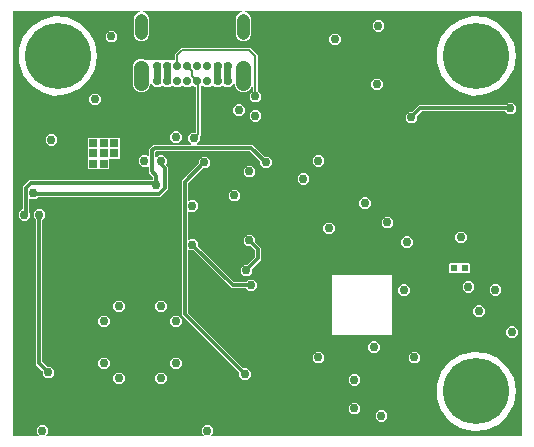
<source format=gbr>
G04 EAGLE Gerber RS-274X export*
G75*
%MOMM*%
%FSLAX34Y34*%
%LPD*%
%INBottom Copper*%
%IPPOS*%
%AMOC8*
5,1,8,0,0,1.08239X$1,22.5*%
G01*
%ADD10C,5.588000*%
%ADD11R,0.704800X0.704800*%
%ADD12R,0.634800X0.634800*%
%ADD13C,0.734800*%
%ADD14C,1.300000*%
%ADD15C,1.125000*%
%ADD16C,0.756400*%
%ADD17C,0.203200*%
%ADD18C,0.304800*%

G36*
X23958Y3060D02*
X23958Y3060D01*
X24029Y3062D01*
X24078Y3080D01*
X24130Y3088D01*
X24193Y3122D01*
X24260Y3147D01*
X24301Y3179D01*
X24347Y3204D01*
X24397Y3256D01*
X24453Y3300D01*
X24481Y3344D01*
X24517Y3382D01*
X24547Y3447D01*
X24586Y3507D01*
X24598Y3558D01*
X24620Y3605D01*
X24628Y3676D01*
X24646Y3746D01*
X24642Y3798D01*
X24647Y3849D01*
X24632Y3920D01*
X24626Y3991D01*
X24606Y4039D01*
X24595Y4090D01*
X24558Y4151D01*
X24530Y4217D01*
X24485Y4273D01*
X24469Y4301D01*
X24451Y4316D01*
X24425Y4348D01*
X23141Y5632D01*
X23141Y9608D01*
X25952Y12419D01*
X29928Y12419D01*
X32739Y9608D01*
X32739Y5632D01*
X31455Y4348D01*
X31413Y4290D01*
X31363Y4238D01*
X31342Y4191D01*
X31311Y4149D01*
X31290Y4080D01*
X31260Y4015D01*
X31254Y3963D01*
X31239Y3913D01*
X31241Y3842D01*
X31233Y3771D01*
X31244Y3720D01*
X31245Y3668D01*
X31270Y3600D01*
X31285Y3530D01*
X31312Y3485D01*
X31330Y3437D01*
X31374Y3381D01*
X31411Y3319D01*
X31451Y3285D01*
X31483Y3245D01*
X31544Y3206D01*
X31598Y3159D01*
X31646Y3140D01*
X31690Y3112D01*
X31760Y3094D01*
X31826Y3067D01*
X31898Y3059D01*
X31929Y3051D01*
X31952Y3053D01*
X31993Y3049D01*
X163587Y3049D01*
X163658Y3060D01*
X163729Y3062D01*
X163778Y3080D01*
X163830Y3088D01*
X163893Y3122D01*
X163960Y3147D01*
X164001Y3179D01*
X164047Y3204D01*
X164097Y3256D01*
X164153Y3300D01*
X164181Y3344D01*
X164217Y3382D01*
X164247Y3447D01*
X164286Y3507D01*
X164298Y3558D01*
X164320Y3605D01*
X164328Y3676D01*
X164346Y3746D01*
X164342Y3798D01*
X164347Y3849D01*
X164332Y3920D01*
X164326Y3991D01*
X164306Y4039D01*
X164295Y4090D01*
X164258Y4151D01*
X164230Y4217D01*
X164185Y4273D01*
X164169Y4301D01*
X164151Y4316D01*
X164125Y4348D01*
X162841Y5632D01*
X162841Y9608D01*
X165652Y12419D01*
X169628Y12419D01*
X172439Y9608D01*
X172439Y5632D01*
X171155Y4348D01*
X171113Y4290D01*
X171063Y4238D01*
X171042Y4191D01*
X171011Y4149D01*
X170990Y4080D01*
X170960Y4015D01*
X170954Y3963D01*
X170939Y3913D01*
X170941Y3842D01*
X170933Y3771D01*
X170944Y3720D01*
X170945Y3668D01*
X170970Y3600D01*
X170985Y3530D01*
X171012Y3485D01*
X171030Y3437D01*
X171074Y3381D01*
X171111Y3319D01*
X171151Y3285D01*
X171183Y3245D01*
X171244Y3206D01*
X171298Y3159D01*
X171346Y3140D01*
X171390Y3112D01*
X171460Y3094D01*
X171526Y3067D01*
X171598Y3059D01*
X171629Y3051D01*
X171652Y3053D01*
X171693Y3049D01*
X432816Y3049D01*
X432836Y3052D01*
X432855Y3050D01*
X432957Y3072D01*
X433059Y3088D01*
X433076Y3098D01*
X433096Y3102D01*
X433185Y3155D01*
X433276Y3204D01*
X433290Y3218D01*
X433307Y3228D01*
X433374Y3307D01*
X433446Y3382D01*
X433454Y3400D01*
X433467Y3415D01*
X433506Y3511D01*
X433549Y3605D01*
X433551Y3625D01*
X433559Y3643D01*
X433577Y3810D01*
X433577Y362712D01*
X433574Y362732D01*
X433576Y362751D01*
X433554Y362853D01*
X433538Y362955D01*
X433528Y362972D01*
X433524Y362992D01*
X433471Y363081D01*
X433422Y363172D01*
X433408Y363186D01*
X433398Y363203D01*
X433319Y363270D01*
X433244Y363342D01*
X433226Y363350D01*
X433211Y363363D01*
X433115Y363402D01*
X433021Y363445D01*
X433001Y363447D01*
X432983Y363455D01*
X432816Y363473D01*
X200448Y363473D01*
X200352Y363458D01*
X200255Y363448D01*
X200231Y363438D01*
X200205Y363434D01*
X200119Y363388D01*
X200030Y363348D01*
X200011Y363331D01*
X199988Y363318D01*
X199921Y363248D01*
X199849Y363182D01*
X199836Y363159D01*
X199818Y363140D01*
X199777Y363052D01*
X199730Y362966D01*
X199726Y362941D01*
X199715Y362917D01*
X199704Y362820D01*
X199687Y362724D01*
X199690Y362698D01*
X199687Y362673D01*
X199708Y362577D01*
X199722Y362481D01*
X199734Y362458D01*
X199740Y362432D01*
X199790Y362349D01*
X199834Y362262D01*
X199853Y362243D01*
X199866Y362221D01*
X199940Y362158D01*
X200009Y362090D01*
X200038Y362074D01*
X200053Y362061D01*
X200084Y362049D01*
X200156Y362009D01*
X201902Y361286D01*
X203771Y359417D01*
X204782Y356976D01*
X204782Y343084D01*
X203771Y340643D01*
X201902Y338774D01*
X199461Y337763D01*
X196819Y337763D01*
X194378Y338774D01*
X192509Y340643D01*
X191498Y343084D01*
X191498Y356976D01*
X192509Y359417D01*
X194378Y361286D01*
X196124Y362009D01*
X196207Y362060D01*
X196292Y362106D01*
X196310Y362124D01*
X196333Y362138D01*
X196395Y362214D01*
X196462Y362284D01*
X196473Y362308D01*
X196489Y362328D01*
X196524Y362419D01*
X196565Y362507D01*
X196568Y362533D01*
X196578Y362557D01*
X196582Y362655D01*
X196593Y362751D01*
X196587Y362777D01*
X196588Y362803D01*
X196561Y362897D01*
X196540Y362992D01*
X196527Y363014D01*
X196520Y363039D01*
X196464Y363119D01*
X196414Y363203D01*
X196394Y363220D01*
X196379Y363241D01*
X196301Y363300D01*
X196227Y363363D01*
X196203Y363373D01*
X196182Y363388D01*
X196089Y363418D01*
X195999Y363455D01*
X195967Y363458D01*
X195948Y363464D01*
X195915Y363464D01*
X195832Y363473D01*
X114048Y363473D01*
X113952Y363458D01*
X113855Y363448D01*
X113831Y363438D01*
X113805Y363434D01*
X113719Y363388D01*
X113630Y363348D01*
X113611Y363331D01*
X113588Y363318D01*
X113521Y363248D01*
X113449Y363182D01*
X113436Y363159D01*
X113418Y363140D01*
X113377Y363052D01*
X113330Y362966D01*
X113326Y362941D01*
X113315Y362917D01*
X113304Y362820D01*
X113287Y362724D01*
X113290Y362698D01*
X113287Y362673D01*
X113308Y362577D01*
X113322Y362481D01*
X113334Y362458D01*
X113340Y362432D01*
X113390Y362349D01*
X113434Y362262D01*
X113453Y362243D01*
X113466Y362221D01*
X113540Y362158D01*
X113609Y362090D01*
X113638Y362074D01*
X113653Y362061D01*
X113684Y362049D01*
X113756Y362009D01*
X115502Y361286D01*
X117371Y359417D01*
X118382Y356976D01*
X118382Y343084D01*
X117371Y340643D01*
X115502Y338774D01*
X113061Y337763D01*
X110419Y337763D01*
X107978Y338774D01*
X106109Y340643D01*
X105098Y343084D01*
X105098Y356976D01*
X106109Y359417D01*
X107978Y361286D01*
X109724Y362009D01*
X109807Y362060D01*
X109892Y362106D01*
X109910Y362124D01*
X109933Y362138D01*
X109995Y362214D01*
X110062Y362284D01*
X110073Y362308D01*
X110089Y362328D01*
X110124Y362419D01*
X110165Y362507D01*
X110168Y362533D01*
X110178Y362557D01*
X110182Y362655D01*
X110193Y362751D01*
X110187Y362777D01*
X110188Y362803D01*
X110161Y362897D01*
X110140Y362992D01*
X110127Y363014D01*
X110120Y363039D01*
X110064Y363119D01*
X110014Y363203D01*
X109994Y363220D01*
X109979Y363241D01*
X109901Y363300D01*
X109827Y363363D01*
X109803Y363373D01*
X109782Y363388D01*
X109689Y363418D01*
X109599Y363455D01*
X109567Y363458D01*
X109548Y363464D01*
X109515Y363464D01*
X109432Y363473D01*
X3556Y363473D01*
X3536Y363470D01*
X3517Y363472D01*
X3415Y363450D01*
X3313Y363434D01*
X3296Y363424D01*
X3276Y363420D01*
X3187Y363367D01*
X3096Y363318D01*
X3082Y363304D01*
X3065Y363294D01*
X2998Y363215D01*
X2926Y363140D01*
X2918Y363122D01*
X2905Y363107D01*
X2866Y363011D01*
X2823Y362917D01*
X2821Y362897D01*
X2813Y362879D01*
X2795Y362712D01*
X2795Y3810D01*
X2798Y3790D01*
X2796Y3771D01*
X2818Y3669D01*
X2834Y3567D01*
X2844Y3550D01*
X2848Y3530D01*
X2901Y3441D01*
X2950Y3350D01*
X2964Y3336D01*
X2974Y3319D01*
X3053Y3252D01*
X3128Y3180D01*
X3146Y3172D01*
X3161Y3159D01*
X3257Y3120D01*
X3351Y3077D01*
X3371Y3075D01*
X3389Y3067D01*
X3556Y3049D01*
X23887Y3049D01*
X23958Y3060D01*
G37*
%LPC*%
G36*
X10712Y185701D02*
X10712Y185701D01*
X7901Y188512D01*
X7901Y192488D01*
X10715Y195301D01*
X10809Y195322D01*
X10911Y195338D01*
X10928Y195348D01*
X10948Y195352D01*
X11037Y195405D01*
X11128Y195454D01*
X11142Y195468D01*
X11159Y195478D01*
X11226Y195557D01*
X11298Y195632D01*
X11306Y195650D01*
X11319Y195665D01*
X11358Y195761D01*
X11401Y195855D01*
X11403Y195875D01*
X11411Y195893D01*
X11429Y196060D01*
X11429Y214412D01*
X16952Y219935D01*
X121158Y219935D01*
X121178Y219938D01*
X121197Y219936D01*
X121299Y219958D01*
X121401Y219974D01*
X121418Y219984D01*
X121438Y219988D01*
X121527Y220041D01*
X121618Y220090D01*
X121632Y220104D01*
X121649Y220114D01*
X121716Y220193D01*
X121788Y220268D01*
X121796Y220286D01*
X121809Y220301D01*
X121848Y220397D01*
X121891Y220491D01*
X121893Y220511D01*
X121901Y220529D01*
X121919Y220696D01*
X121919Y222461D01*
X121905Y222551D01*
X121897Y222642D01*
X121885Y222672D01*
X121880Y222704D01*
X121837Y222784D01*
X121801Y222868D01*
X121775Y222900D01*
X121764Y222921D01*
X121741Y222943D01*
X121696Y222999D01*
X120103Y224593D01*
X120102Y224593D01*
X118391Y226304D01*
X118391Y231687D01*
X118380Y231758D01*
X118378Y231829D01*
X118360Y231878D01*
X118352Y231930D01*
X118318Y231993D01*
X118293Y232060D01*
X118261Y232101D01*
X118236Y232147D01*
X118184Y232197D01*
X118140Y232253D01*
X118096Y232281D01*
X118058Y232317D01*
X117993Y232347D01*
X117933Y232386D01*
X117882Y232398D01*
X117835Y232420D01*
X117764Y232428D01*
X117694Y232446D01*
X117642Y232442D01*
X117591Y232447D01*
X117520Y232432D01*
X117449Y232426D01*
X117401Y232406D01*
X117350Y232395D01*
X117289Y232358D01*
X117223Y232330D01*
X117167Y232285D01*
X117139Y232269D01*
X117124Y232251D01*
X117092Y232225D01*
X116288Y231421D01*
X112312Y231421D01*
X109501Y234232D01*
X109501Y238208D01*
X112312Y241019D01*
X116288Y241019D01*
X117092Y240215D01*
X117150Y240173D01*
X117202Y240123D01*
X117249Y240102D01*
X117291Y240071D01*
X117360Y240050D01*
X117425Y240020D01*
X117477Y240014D01*
X117527Y239999D01*
X117598Y240001D01*
X117669Y239993D01*
X117720Y240004D01*
X117772Y240005D01*
X117840Y240030D01*
X117910Y240045D01*
X117955Y240072D01*
X118003Y240090D01*
X118059Y240134D01*
X118121Y240171D01*
X118155Y240211D01*
X118195Y240243D01*
X118234Y240304D01*
X118281Y240358D01*
X118300Y240406D01*
X118328Y240450D01*
X118346Y240520D01*
X118373Y240586D01*
X118381Y240658D01*
X118389Y240689D01*
X118387Y240712D01*
X118391Y240753D01*
X118391Y246136D01*
X122164Y249909D01*
X152947Y249909D01*
X153018Y249920D01*
X153089Y249922D01*
X153138Y249940D01*
X153190Y249948D01*
X153253Y249982D01*
X153320Y250007D01*
X153361Y250039D01*
X153407Y250064D01*
X153457Y250116D01*
X153513Y250160D01*
X153541Y250204D01*
X153577Y250242D01*
X153607Y250307D01*
X153646Y250367D01*
X153658Y250418D01*
X153680Y250465D01*
X153688Y250536D01*
X153706Y250606D01*
X153702Y250658D01*
X153707Y250709D01*
X153692Y250780D01*
X153686Y250851D01*
X153666Y250899D01*
X153655Y250950D01*
X153618Y251011D01*
X153590Y251077D01*
X153545Y251133D01*
X153529Y251161D01*
X153511Y251176D01*
X153485Y251208D01*
X151411Y253282D01*
X151411Y257258D01*
X154222Y260069D01*
X157226Y260069D01*
X157246Y260072D01*
X157265Y260070D01*
X157367Y260092D01*
X157469Y260108D01*
X157486Y260118D01*
X157506Y260122D01*
X157595Y260175D01*
X157686Y260224D01*
X157700Y260238D01*
X157717Y260248D01*
X157784Y260327D01*
X157856Y260402D01*
X157864Y260420D01*
X157877Y260435D01*
X157916Y260531D01*
X157959Y260625D01*
X157961Y260645D01*
X157969Y260663D01*
X157987Y260830D01*
X157987Y298078D01*
X157984Y298098D01*
X157986Y298117D01*
X157964Y298219D01*
X157948Y298321D01*
X157938Y298338D01*
X157934Y298358D01*
X157881Y298447D01*
X157832Y298538D01*
X157818Y298552D01*
X157808Y298569D01*
X157729Y298636D01*
X157654Y298708D01*
X157636Y298716D01*
X157621Y298729D01*
X157525Y298768D01*
X157431Y298811D01*
X157411Y298813D01*
X157393Y298821D01*
X157250Y298837D01*
X155478Y300608D01*
X155462Y300620D01*
X155450Y300635D01*
X155362Y300691D01*
X155279Y300752D01*
X155260Y300757D01*
X155243Y300768D01*
X155142Y300793D01*
X155043Y300824D01*
X155024Y300823D01*
X155004Y300828D01*
X154901Y300820D01*
X154798Y300818D01*
X154779Y300811D01*
X154759Y300809D01*
X154664Y300769D01*
X154567Y300733D01*
X154551Y300721D01*
X154533Y300713D01*
X154402Y300608D01*
X152633Y298839D01*
X148747Y298839D01*
X146978Y300608D01*
X146962Y300620D01*
X146950Y300635D01*
X146862Y300691D01*
X146779Y300752D01*
X146760Y300757D01*
X146743Y300768D01*
X146642Y300793D01*
X146543Y300824D01*
X146524Y300823D01*
X146504Y300828D01*
X146401Y300820D01*
X146298Y300818D01*
X146279Y300811D01*
X146259Y300809D01*
X146164Y300769D01*
X146067Y300733D01*
X146051Y300721D01*
X146033Y300713D01*
X145902Y300608D01*
X144133Y298839D01*
X140247Y298839D01*
X138478Y300608D01*
X138462Y300620D01*
X138450Y300635D01*
X138362Y300691D01*
X138279Y300752D01*
X138260Y300757D01*
X138243Y300768D01*
X138142Y300793D01*
X138043Y300824D01*
X138024Y300823D01*
X138004Y300828D01*
X137901Y300820D01*
X137798Y300818D01*
X137779Y300811D01*
X137759Y300809D01*
X137664Y300769D01*
X137567Y300733D01*
X137551Y300721D01*
X137533Y300713D01*
X137402Y300608D01*
X135633Y298839D01*
X131747Y298839D01*
X129978Y300608D01*
X129962Y300620D01*
X129950Y300635D01*
X129862Y300691D01*
X129779Y300752D01*
X129760Y300757D01*
X129743Y300768D01*
X129642Y300793D01*
X129543Y300824D01*
X129524Y300823D01*
X129504Y300828D01*
X129401Y300820D01*
X129298Y300818D01*
X129279Y300811D01*
X129259Y300809D01*
X129164Y300769D01*
X129067Y300733D01*
X129051Y300721D01*
X129033Y300713D01*
X128902Y300608D01*
X127133Y298839D01*
X123247Y298839D01*
X120556Y301530D01*
X120498Y301572D01*
X120446Y301621D01*
X120399Y301643D01*
X120357Y301674D01*
X120288Y301695D01*
X120223Y301725D01*
X120171Y301731D01*
X120121Y301746D01*
X120050Y301744D01*
X119979Y301752D01*
X119928Y301741D01*
X119876Y301740D01*
X119808Y301715D01*
X119738Y301700D01*
X119693Y301673D01*
X119645Y301655D01*
X119589Y301610D01*
X119527Y301574D01*
X119493Y301534D01*
X119453Y301501D01*
X119414Y301441D01*
X119367Y301387D01*
X119348Y301338D01*
X119320Y301295D01*
X119302Y301225D01*
X119275Y301158D01*
X119267Y301087D01*
X119259Y301056D01*
X119261Y301033D01*
X119257Y300992D01*
X119257Y300535D01*
X118112Y297772D01*
X115998Y295658D01*
X113235Y294513D01*
X110245Y294513D01*
X107482Y295658D01*
X105368Y297772D01*
X104223Y300535D01*
X104223Y316525D01*
X105368Y319288D01*
X107482Y321402D01*
X110245Y322547D01*
X113235Y322547D01*
X115466Y321623D01*
X115530Y321608D01*
X115591Y321583D01*
X115673Y321574D01*
X115705Y321567D01*
X115725Y321568D01*
X115757Y321565D01*
X122776Y321565D01*
X122866Y321579D01*
X122957Y321587D01*
X122987Y321599D01*
X123018Y321604D01*
X123099Y321647D01*
X123183Y321683D01*
X123215Y321709D01*
X123236Y321720D01*
X123237Y321721D01*
X127156Y321721D01*
X127209Y321675D01*
X127239Y321663D01*
X127266Y321644D01*
X127353Y321617D01*
X127438Y321583D01*
X127478Y321579D01*
X127501Y321572D01*
X127533Y321573D01*
X127604Y321565D01*
X131276Y321565D01*
X131366Y321579D01*
X131457Y321587D01*
X131486Y321599D01*
X131518Y321604D01*
X131599Y321647D01*
X131683Y321683D01*
X131715Y321709D01*
X131736Y321720D01*
X131737Y321721D01*
X135656Y321721D01*
X135709Y321675D01*
X135740Y321663D01*
X135766Y321644D01*
X135853Y321617D01*
X135938Y321583D01*
X135979Y321579D01*
X136001Y321572D01*
X136033Y321573D01*
X136104Y321565D01*
X139396Y321565D01*
X139416Y321568D01*
X139435Y321566D01*
X139537Y321588D01*
X139639Y321604D01*
X139656Y321614D01*
X139676Y321618D01*
X139765Y321671D01*
X139856Y321720D01*
X139870Y321734D01*
X139887Y321744D01*
X139954Y321823D01*
X140026Y321898D01*
X140034Y321916D01*
X140047Y321931D01*
X140086Y322027D01*
X140129Y322121D01*
X140131Y322141D01*
X140139Y322159D01*
X140157Y322326D01*
X140157Y327182D01*
X145208Y332233D01*
X204042Y332233D01*
X210313Y325962D01*
X210313Y295899D01*
X210327Y295809D01*
X210335Y295718D01*
X210347Y295688D01*
X210352Y295656D01*
X210395Y295576D01*
X210431Y295492D01*
X210457Y295460D01*
X210468Y295439D01*
X210491Y295417D01*
X210536Y295361D01*
X213079Y292818D01*
X213079Y288842D01*
X210268Y286031D01*
X206292Y286031D01*
X203481Y288842D01*
X203481Y292818D01*
X206024Y295361D01*
X206077Y295435D01*
X206137Y295504D01*
X206149Y295534D01*
X206168Y295560D01*
X206195Y295647D01*
X206229Y295732D01*
X206233Y295773D01*
X206240Y295796D01*
X206239Y295828D01*
X206247Y295899D01*
X206247Y298133D01*
X206232Y298230D01*
X206222Y298327D01*
X206212Y298350D01*
X206208Y298376D01*
X206162Y298462D01*
X206122Y298551D01*
X206105Y298571D01*
X206092Y298594D01*
X206022Y298661D01*
X205956Y298732D01*
X205933Y298745D01*
X205914Y298763D01*
X205826Y298804D01*
X205740Y298851D01*
X205715Y298856D01*
X205691Y298867D01*
X205594Y298877D01*
X205498Y298895D01*
X205472Y298891D01*
X205447Y298894D01*
X205351Y298873D01*
X205255Y298859D01*
X205232Y298847D01*
X205206Y298841D01*
X205122Y298791D01*
X205036Y298747D01*
X205018Y298729D01*
X204995Y298715D01*
X204932Y298641D01*
X204864Y298572D01*
X204848Y298543D01*
X204835Y298528D01*
X204823Y298498D01*
X204783Y298425D01*
X204512Y297772D01*
X202398Y295658D01*
X199635Y294513D01*
X196645Y294513D01*
X193882Y295658D01*
X191768Y297772D01*
X190623Y300535D01*
X190623Y300992D01*
X190612Y301062D01*
X190610Y301134D01*
X190592Y301183D01*
X190584Y301235D01*
X190550Y301298D01*
X190525Y301365D01*
X190493Y301406D01*
X190468Y301452D01*
X190416Y301501D01*
X190372Y301557D01*
X190328Y301585D01*
X190290Y301621D01*
X190225Y301651D01*
X190165Y301690D01*
X190114Y301703D01*
X190067Y301725D01*
X189996Y301733D01*
X189926Y301750D01*
X189874Y301746D01*
X189823Y301752D01*
X189752Y301737D01*
X189681Y301731D01*
X189633Y301711D01*
X189582Y301700D01*
X189521Y301663D01*
X189455Y301635D01*
X189399Y301590D01*
X189371Y301574D01*
X189356Y301556D01*
X189324Y301530D01*
X186633Y298839D01*
X182747Y298839D01*
X180978Y300608D01*
X180962Y300620D01*
X180950Y300635D01*
X180862Y300691D01*
X180779Y300752D01*
X180760Y300757D01*
X180743Y300768D01*
X180642Y300793D01*
X180543Y300824D01*
X180524Y300823D01*
X180504Y300828D01*
X180401Y300820D01*
X180298Y300818D01*
X180279Y300811D01*
X180259Y300809D01*
X180164Y300769D01*
X180067Y300733D01*
X180051Y300721D01*
X180033Y300713D01*
X179902Y300608D01*
X178133Y298839D01*
X174247Y298839D01*
X172478Y300608D01*
X172462Y300620D01*
X172450Y300635D01*
X172362Y300691D01*
X172279Y300752D01*
X172260Y300757D01*
X172243Y300768D01*
X172142Y300793D01*
X172043Y300824D01*
X172024Y300823D01*
X172004Y300828D01*
X171901Y300820D01*
X171798Y300818D01*
X171779Y300811D01*
X171759Y300809D01*
X171664Y300769D01*
X171567Y300733D01*
X171551Y300721D01*
X171533Y300713D01*
X171402Y300608D01*
X169633Y298839D01*
X165747Y298839D01*
X163978Y300608D01*
X163962Y300620D01*
X163950Y300635D01*
X163862Y300691D01*
X163779Y300752D01*
X163760Y300757D01*
X163743Y300768D01*
X163642Y300793D01*
X163543Y300824D01*
X163524Y300823D01*
X163504Y300828D01*
X163401Y300820D01*
X163298Y300818D01*
X163279Y300811D01*
X163259Y300809D01*
X163164Y300769D01*
X163067Y300733D01*
X163051Y300721D01*
X163033Y300713D01*
X162902Y300608D01*
X162276Y299982D01*
X162223Y299908D01*
X162163Y299839D01*
X162151Y299808D01*
X162132Y299782D01*
X162105Y299695D01*
X162071Y299610D01*
X162067Y299569D01*
X162060Y299547D01*
X162061Y299515D01*
X162053Y299444D01*
X162053Y258238D01*
X161232Y257417D01*
X161179Y257343D01*
X161119Y257274D01*
X161107Y257243D01*
X161088Y257217D01*
X161061Y257130D01*
X161027Y257045D01*
X161023Y257004D01*
X161016Y256982D01*
X161017Y256950D01*
X161009Y256879D01*
X161009Y253282D01*
X158935Y251208D01*
X158893Y251150D01*
X158843Y251098D01*
X158822Y251051D01*
X158791Y251009D01*
X158770Y250940D01*
X158740Y250875D01*
X158734Y250823D01*
X158719Y250773D01*
X158721Y250702D01*
X158713Y250631D01*
X158724Y250580D01*
X158725Y250528D01*
X158750Y250460D01*
X158765Y250390D01*
X158792Y250345D01*
X158810Y250297D01*
X158854Y250241D01*
X158891Y250179D01*
X158931Y250145D01*
X158963Y250105D01*
X159024Y250066D01*
X159078Y250019D01*
X159126Y250000D01*
X159170Y249972D01*
X159240Y249954D01*
X159306Y249927D01*
X159378Y249919D01*
X159409Y249911D01*
X159432Y249913D01*
X159473Y249909D01*
X205804Y249909D01*
X215741Y239972D01*
X215815Y239919D01*
X215885Y239859D01*
X215915Y239847D01*
X215941Y239828D01*
X216028Y239801D01*
X216113Y239767D01*
X216154Y239763D01*
X216176Y239756D01*
X216208Y239757D01*
X216280Y239749D01*
X219158Y239749D01*
X221969Y236938D01*
X221969Y232962D01*
X219158Y230151D01*
X215182Y230151D01*
X212371Y232962D01*
X212371Y235840D01*
X212357Y235930D01*
X212349Y236021D01*
X212337Y236051D01*
X212332Y236083D01*
X212289Y236164D01*
X212253Y236248D01*
X212227Y236280D01*
X212216Y236300D01*
X212193Y236323D01*
X212148Y236379D01*
X203923Y244604D01*
X203849Y244657D01*
X203779Y244717D01*
X203749Y244729D01*
X203723Y244748D01*
X203636Y244775D01*
X203551Y244809D01*
X203510Y244813D01*
X203488Y244820D01*
X203456Y244819D01*
X203384Y244827D01*
X124584Y244827D01*
X124494Y244813D01*
X124403Y244805D01*
X124373Y244793D01*
X124341Y244788D01*
X124261Y244745D01*
X124177Y244709D01*
X124145Y244683D01*
X124124Y244672D01*
X124102Y244649D01*
X124046Y244604D01*
X123696Y244254D01*
X123643Y244180D01*
X123583Y244111D01*
X123571Y244080D01*
X123552Y244054D01*
X123525Y243967D01*
X123491Y243882D01*
X123487Y243842D01*
X123480Y243819D01*
X123481Y243787D01*
X123473Y243716D01*
X123473Y240047D01*
X123484Y239976D01*
X123486Y239905D01*
X123504Y239856D01*
X123512Y239804D01*
X123546Y239741D01*
X123571Y239674D01*
X123603Y239633D01*
X123628Y239587D01*
X123680Y239537D01*
X123724Y239481D01*
X123768Y239453D01*
X123806Y239417D01*
X123871Y239387D01*
X123931Y239348D01*
X123982Y239336D01*
X124029Y239314D01*
X124100Y239306D01*
X124170Y239288D01*
X124222Y239292D01*
X124273Y239287D01*
X124344Y239302D01*
X124415Y239308D01*
X124463Y239328D01*
X124514Y239339D01*
X124575Y239376D01*
X124641Y239404D01*
X124697Y239449D01*
X124725Y239465D01*
X124740Y239483D01*
X124772Y239509D01*
X126282Y241019D01*
X130258Y241019D01*
X133069Y238208D01*
X133069Y234232D01*
X132574Y233737D01*
X132562Y233721D01*
X132547Y233709D01*
X132491Y233622D01*
X132430Y233538D01*
X132424Y233519D01*
X132414Y233502D01*
X132388Y233401D01*
X132358Y233303D01*
X132358Y233283D01*
X132354Y233263D01*
X132362Y233160D01*
X132364Y233057D01*
X132371Y233038D01*
X132373Y233018D01*
X132413Y232923D01*
X132449Y232826D01*
X132461Y232810D01*
X132469Y232792D01*
X132574Y232661D01*
X134339Y230896D01*
X134339Y212334D01*
X128026Y206021D01*
X24657Y206021D01*
X24567Y206007D01*
X24476Y205999D01*
X24446Y205987D01*
X24414Y205982D01*
X24334Y205939D01*
X24250Y205903D01*
X24218Y205877D01*
X24197Y205866D01*
X24175Y205843D01*
X24119Y205798D01*
X22308Y203987D01*
X18332Y203987D01*
X17810Y204509D01*
X17752Y204551D01*
X17700Y204601D01*
X17653Y204622D01*
X17611Y204653D01*
X17542Y204674D01*
X17477Y204704D01*
X17425Y204710D01*
X17375Y204725D01*
X17304Y204723D01*
X17233Y204731D01*
X17182Y204720D01*
X17130Y204719D01*
X17062Y204694D01*
X16992Y204679D01*
X16947Y204652D01*
X16899Y204634D01*
X16843Y204590D01*
X16781Y204553D01*
X16747Y204513D01*
X16707Y204481D01*
X16668Y204420D01*
X16621Y204366D01*
X16602Y204318D01*
X16574Y204274D01*
X16556Y204204D01*
X16529Y204138D01*
X16521Y204066D01*
X16513Y204035D01*
X16515Y204012D01*
X16511Y203971D01*
X16511Y193791D01*
X16525Y193701D01*
X16533Y193610D01*
X16545Y193580D01*
X16550Y193548D01*
X16593Y193468D01*
X16629Y193384D01*
X16655Y193352D01*
X16666Y193331D01*
X16689Y193309D01*
X16734Y193253D01*
X17499Y192488D01*
X17499Y188512D01*
X14688Y185701D01*
X10712Y185701D01*
G37*
%LPD*%
%LPC*%
G36*
X27379Y294309D02*
X27379Y294309D01*
X18107Y300366D01*
X11304Y309107D01*
X7708Y319582D01*
X7708Y330658D01*
X11304Y341133D01*
X18107Y349874D01*
X27379Y355931D01*
X38116Y358650D01*
X49153Y357736D01*
X59296Y353287D01*
X67445Y345785D01*
X72716Y336045D01*
X74539Y325120D01*
X72716Y314195D01*
X67445Y304455D01*
X59296Y296953D01*
X49153Y292504D01*
X38116Y291590D01*
X27379Y294309D01*
G37*
%LPD*%
%LPC*%
G36*
X381455Y10337D02*
X381455Y10337D01*
X372183Y16394D01*
X365380Y25135D01*
X361784Y35610D01*
X361784Y46686D01*
X365380Y57161D01*
X372183Y65902D01*
X381455Y71959D01*
X392192Y74678D01*
X403229Y73764D01*
X413372Y69315D01*
X421521Y61813D01*
X426792Y52073D01*
X428615Y41148D01*
X426792Y30223D01*
X421521Y20483D01*
X413372Y12981D01*
X403229Y8532D01*
X392192Y7618D01*
X381455Y10337D01*
G37*
%LPD*%
%LPC*%
G36*
X381455Y294309D02*
X381455Y294309D01*
X372183Y300366D01*
X365380Y309107D01*
X361784Y319582D01*
X361784Y330658D01*
X365380Y341133D01*
X372183Y349874D01*
X381455Y355931D01*
X392192Y358650D01*
X403229Y357736D01*
X413372Y353287D01*
X421521Y345785D01*
X426792Y336045D01*
X428615Y325120D01*
X426792Y314195D01*
X421521Y304455D01*
X413372Y296953D01*
X403229Y292504D01*
X392192Y291590D01*
X381455Y294309D01*
G37*
%LPD*%
%LPC*%
G36*
X273107Y88584D02*
X273107Y88584D01*
X272734Y88957D01*
X272734Y139643D01*
X273107Y140016D01*
X323793Y140016D01*
X324166Y139643D01*
X324166Y88957D01*
X323793Y88584D01*
X273107Y88584D01*
G37*
%LPD*%
%LPC*%
G36*
X197402Y51081D02*
X197402Y51081D01*
X194591Y53892D01*
X194591Y56770D01*
X194577Y56860D01*
X194569Y56951D01*
X194557Y56981D01*
X194552Y57013D01*
X194509Y57094D01*
X194473Y57178D01*
X194447Y57210D01*
X194436Y57230D01*
X194413Y57253D01*
X194368Y57309D01*
X146049Y105628D01*
X146049Y219492D01*
X160078Y233521D01*
X160131Y233595D01*
X160191Y233665D01*
X160203Y233695D01*
X160222Y233721D01*
X160249Y233808D01*
X160283Y233893D01*
X160287Y233934D01*
X160294Y233956D01*
X160293Y233988D01*
X160301Y234060D01*
X160301Y236938D01*
X163112Y239749D01*
X167088Y239749D01*
X169899Y236938D01*
X169899Y232962D01*
X167088Y230151D01*
X164210Y230151D01*
X164120Y230137D01*
X164029Y230129D01*
X163999Y230117D01*
X163967Y230112D01*
X163886Y230069D01*
X163802Y230033D01*
X163770Y230007D01*
X163750Y229996D01*
X163727Y229973D01*
X163671Y229928D01*
X151354Y217611D01*
X151301Y217537D01*
X151241Y217467D01*
X151229Y217437D01*
X151210Y217411D01*
X151183Y217324D01*
X151149Y217239D01*
X151145Y217198D01*
X151138Y217176D01*
X151139Y217144D01*
X151131Y217072D01*
X151131Y202935D01*
X151142Y202864D01*
X151144Y202793D01*
X151162Y202744D01*
X151170Y202692D01*
X151204Y202629D01*
X151229Y202562D01*
X151261Y202521D01*
X151286Y202475D01*
X151338Y202425D01*
X151382Y202369D01*
X151426Y202341D01*
X151464Y202305D01*
X151529Y202275D01*
X151589Y202236D01*
X151640Y202224D01*
X151687Y202202D01*
X151758Y202194D01*
X151828Y202176D01*
X151880Y202180D01*
X151931Y202175D01*
X152002Y202190D01*
X152073Y202196D01*
X152121Y202216D01*
X152172Y202227D01*
X152233Y202264D01*
X152299Y202292D01*
X152355Y202337D01*
X152383Y202353D01*
X152398Y202371D01*
X152430Y202397D01*
X152952Y202919D01*
X156928Y202919D01*
X159739Y200108D01*
X159739Y196132D01*
X156928Y193321D01*
X152952Y193321D01*
X152430Y193843D01*
X152372Y193885D01*
X152320Y193935D01*
X152273Y193956D01*
X152231Y193987D01*
X152162Y194008D01*
X152097Y194038D01*
X152045Y194044D01*
X151995Y194059D01*
X151924Y194057D01*
X151853Y194065D01*
X151802Y194054D01*
X151750Y194053D01*
X151682Y194028D01*
X151612Y194013D01*
X151567Y193986D01*
X151519Y193968D01*
X151463Y193924D01*
X151401Y193887D01*
X151367Y193847D01*
X151327Y193815D01*
X151288Y193754D01*
X151241Y193700D01*
X151222Y193652D01*
X151194Y193608D01*
X151176Y193538D01*
X151149Y193472D01*
X151141Y193400D01*
X151133Y193369D01*
X151135Y193346D01*
X151131Y193305D01*
X151131Y170069D01*
X151142Y169998D01*
X151144Y169927D01*
X151162Y169878D01*
X151170Y169826D01*
X151204Y169763D01*
X151229Y169696D01*
X151261Y169655D01*
X151286Y169609D01*
X151338Y169559D01*
X151382Y169503D01*
X151426Y169475D01*
X151464Y169439D01*
X151529Y169409D01*
X151589Y169370D01*
X151640Y169358D01*
X151687Y169336D01*
X151758Y169328D01*
X151828Y169310D01*
X151880Y169314D01*
X151931Y169309D01*
X152002Y169324D01*
X152073Y169330D01*
X152121Y169350D01*
X152172Y169361D01*
X152233Y169398D01*
X152299Y169426D01*
X152355Y169471D01*
X152383Y169487D01*
X152398Y169505D01*
X152430Y169531D01*
X152952Y170053D01*
X156928Y170053D01*
X159739Y167242D01*
X159739Y164364D01*
X159753Y164274D01*
X159761Y164183D01*
X159773Y164153D01*
X159778Y164121D01*
X159821Y164040D01*
X159857Y163956D01*
X159883Y163924D01*
X159894Y163904D01*
X159917Y163881D01*
X159962Y163825D01*
X190213Y133574D01*
X190287Y133521D01*
X190357Y133461D01*
X190387Y133449D01*
X190413Y133430D01*
X190500Y133403D01*
X190585Y133369D01*
X190626Y133365D01*
X190648Y133358D01*
X190680Y133359D01*
X190752Y133351D01*
X199909Y133351D01*
X199999Y133365D01*
X200090Y133373D01*
X200120Y133385D01*
X200152Y133390D01*
X200232Y133433D01*
X200316Y133469D01*
X200348Y133495D01*
X200369Y133506D01*
X200391Y133529D01*
X200447Y133574D01*
X202482Y135609D01*
X206458Y135609D01*
X209269Y132798D01*
X209269Y128822D01*
X206458Y126011D01*
X202482Y126011D01*
X200447Y128046D01*
X200373Y128099D01*
X200304Y128159D01*
X200274Y128171D01*
X200248Y128190D01*
X200161Y128217D01*
X200076Y128251D01*
X200035Y128255D01*
X200012Y128262D01*
X199980Y128261D01*
X199909Y128269D01*
X188332Y128269D01*
X156369Y160232D01*
X156295Y160285D01*
X156225Y160345D01*
X156195Y160357D01*
X156169Y160376D01*
X156082Y160403D01*
X155997Y160437D01*
X155956Y160441D01*
X155934Y160448D01*
X155902Y160447D01*
X155830Y160455D01*
X152952Y160455D01*
X152430Y160977D01*
X152372Y161019D01*
X152320Y161069D01*
X152273Y161090D01*
X152231Y161121D01*
X152162Y161142D01*
X152097Y161172D01*
X152045Y161178D01*
X151995Y161193D01*
X151924Y161191D01*
X151853Y161199D01*
X151802Y161188D01*
X151750Y161187D01*
X151682Y161162D01*
X151612Y161147D01*
X151567Y161120D01*
X151519Y161102D01*
X151463Y161058D01*
X151401Y161021D01*
X151367Y160981D01*
X151327Y160949D01*
X151288Y160888D01*
X151241Y160834D01*
X151222Y160786D01*
X151194Y160742D01*
X151176Y160672D01*
X151149Y160606D01*
X151141Y160534D01*
X151133Y160503D01*
X151135Y160480D01*
X151131Y160439D01*
X151131Y108048D01*
X151145Y107958D01*
X151153Y107867D01*
X151165Y107837D01*
X151170Y107805D01*
X151213Y107724D01*
X151249Y107640D01*
X151275Y107608D01*
X151286Y107588D01*
X151309Y107565D01*
X151354Y107509D01*
X197961Y60902D01*
X198035Y60849D01*
X198105Y60789D01*
X198135Y60777D01*
X198161Y60758D01*
X198248Y60731D01*
X198333Y60697D01*
X198374Y60693D01*
X198396Y60686D01*
X198428Y60687D01*
X198500Y60679D01*
X201378Y60679D01*
X204189Y57868D01*
X204189Y53892D01*
X201378Y51081D01*
X197402Y51081D01*
G37*
%LPD*%
%LPC*%
G36*
X31032Y52351D02*
X31032Y52351D01*
X28221Y55162D01*
X28221Y58040D01*
X28207Y58130D01*
X28199Y58221D01*
X28187Y58251D01*
X28182Y58283D01*
X28139Y58364D01*
X28103Y58448D01*
X28077Y58480D01*
X28066Y58500D01*
X28043Y58523D01*
X27998Y58579D01*
X22859Y63718D01*
X22859Y185939D01*
X22845Y186029D01*
X22837Y186120D01*
X22825Y186150D01*
X22820Y186182D01*
X22777Y186262D01*
X22741Y186346D01*
X22715Y186378D01*
X22704Y186399D01*
X22681Y186421D01*
X22636Y186477D01*
X20601Y188512D01*
X20601Y192488D01*
X23412Y195299D01*
X27388Y195299D01*
X30199Y192488D01*
X30199Y188512D01*
X28164Y186477D01*
X28111Y186403D01*
X28051Y186334D01*
X28039Y186304D01*
X28020Y186278D01*
X27993Y186191D01*
X27959Y186106D01*
X27955Y186065D01*
X27948Y186042D01*
X27949Y186010D01*
X27941Y185939D01*
X27941Y66138D01*
X27955Y66048D01*
X27963Y65957D01*
X27975Y65927D01*
X27980Y65895D01*
X28023Y65814D01*
X28059Y65730D01*
X28085Y65698D01*
X28096Y65678D01*
X28119Y65655D01*
X28164Y65599D01*
X31591Y62172D01*
X31665Y62119D01*
X31735Y62059D01*
X31765Y62047D01*
X31791Y62028D01*
X31878Y62001D01*
X31963Y61967D01*
X32004Y61963D01*
X32026Y61956D01*
X32058Y61957D01*
X32130Y61949D01*
X35008Y61949D01*
X37819Y59138D01*
X37819Y55162D01*
X35008Y52351D01*
X31032Y52351D01*
G37*
%LPD*%
%LPC*%
G36*
X67175Y229139D02*
X67175Y229139D01*
X66579Y229735D01*
X66579Y237633D01*
X66624Y237702D01*
X66684Y237786D01*
X66690Y237805D01*
X66701Y237822D01*
X66726Y237922D01*
X66757Y238021D01*
X66756Y238041D01*
X66761Y238061D01*
X66753Y238164D01*
X66750Y238267D01*
X66744Y238286D01*
X66742Y238306D01*
X66702Y238401D01*
X66666Y238498D01*
X66653Y238514D01*
X66646Y238532D01*
X66579Y238615D01*
X66579Y246523D01*
X66624Y246592D01*
X66684Y246676D01*
X66690Y246695D01*
X66701Y246712D01*
X66726Y246812D01*
X66757Y246911D01*
X66756Y246931D01*
X66761Y246951D01*
X66753Y247054D01*
X66750Y247157D01*
X66744Y247176D01*
X66742Y247196D01*
X66702Y247291D01*
X66666Y247388D01*
X66653Y247404D01*
X66646Y247422D01*
X66579Y247505D01*
X66579Y255405D01*
X67175Y256001D01*
X75073Y256001D01*
X75142Y255956D01*
X75226Y255896D01*
X75245Y255890D01*
X75262Y255879D01*
X75362Y255854D01*
X75461Y255823D01*
X75481Y255824D01*
X75501Y255819D01*
X75604Y255827D01*
X75707Y255830D01*
X75726Y255836D01*
X75746Y255838D01*
X75841Y255878D01*
X75938Y255914D01*
X75954Y255927D01*
X75972Y255934D01*
X76055Y256001D01*
X83963Y256001D01*
X84032Y255956D01*
X84116Y255896D01*
X84135Y255890D01*
X84152Y255879D01*
X84252Y255854D01*
X84351Y255823D01*
X84371Y255824D01*
X84391Y255819D01*
X84494Y255827D01*
X84597Y255830D01*
X84616Y255836D01*
X84636Y255838D01*
X84731Y255878D01*
X84828Y255914D01*
X84844Y255927D01*
X84862Y255934D01*
X84945Y256001D01*
X92845Y256001D01*
X93441Y255405D01*
X93441Y247507D01*
X93396Y247437D01*
X93336Y247354D01*
X93330Y247335D01*
X93319Y247318D01*
X93294Y247217D01*
X93263Y247118D01*
X93264Y247098D01*
X93259Y247079D01*
X93267Y246976D01*
X93270Y246873D01*
X93277Y246854D01*
X93278Y246834D01*
X93318Y246739D01*
X93354Y246642D01*
X93367Y246626D01*
X93374Y246608D01*
X93441Y246525D01*
X93441Y238625D01*
X92845Y238029D01*
X85312Y238029D01*
X85292Y238026D01*
X85273Y238028D01*
X85171Y238006D01*
X85069Y237990D01*
X85052Y237980D01*
X85032Y237976D01*
X84943Y237923D01*
X84852Y237874D01*
X84838Y237860D01*
X84821Y237850D01*
X84754Y237771D01*
X84682Y237696D01*
X84674Y237678D01*
X84661Y237663D01*
X84622Y237567D01*
X84579Y237473D01*
X84577Y237453D01*
X84569Y237435D01*
X84551Y237268D01*
X84551Y229735D01*
X83955Y229139D01*
X76057Y229139D01*
X75987Y229184D01*
X75904Y229244D01*
X75885Y229250D01*
X75868Y229261D01*
X75767Y229286D01*
X75668Y229317D01*
X75648Y229316D01*
X75629Y229321D01*
X75526Y229313D01*
X75423Y229310D01*
X75404Y229304D01*
X75384Y229302D01*
X75289Y229262D01*
X75192Y229226D01*
X75176Y229213D01*
X75158Y229206D01*
X75075Y229139D01*
X67175Y229139D01*
G37*
%LPD*%
%LPC*%
G36*
X338372Y268251D02*
X338372Y268251D01*
X335561Y271062D01*
X335561Y275038D01*
X338372Y277849D01*
X341250Y277849D01*
X341340Y277863D01*
X341431Y277871D01*
X341461Y277883D01*
X341493Y277888D01*
X341574Y277931D01*
X341658Y277967D01*
X341690Y277993D01*
X341710Y278004D01*
X341720Y278014D01*
X341722Y278015D01*
X341735Y278029D01*
X341789Y278072D01*
X346928Y283211D01*
X419619Y283211D01*
X419709Y283225D01*
X419800Y283233D01*
X419830Y283245D01*
X419862Y283250D01*
X419942Y283293D01*
X420026Y283329D01*
X420058Y283355D01*
X420079Y283366D01*
X420101Y283389D01*
X420157Y283434D01*
X422192Y285469D01*
X426168Y285469D01*
X428979Y282658D01*
X428979Y278682D01*
X426168Y275871D01*
X422192Y275871D01*
X420157Y277906D01*
X420083Y277959D01*
X420014Y278019D01*
X419984Y278031D01*
X419958Y278050D01*
X419871Y278077D01*
X419786Y278111D01*
X419745Y278115D01*
X419722Y278122D01*
X419690Y278121D01*
X419619Y278129D01*
X349348Y278129D01*
X349258Y278115D01*
X349167Y278107D01*
X349137Y278095D01*
X349105Y278090D01*
X349024Y278047D01*
X348940Y278011D01*
X348908Y277985D01*
X348888Y277974D01*
X348865Y277951D01*
X348809Y277906D01*
X345382Y274479D01*
X345329Y274405D01*
X345269Y274335D01*
X345257Y274305D01*
X345238Y274279D01*
X345211Y274192D01*
X345177Y274107D01*
X345173Y274066D01*
X345166Y274044D01*
X345167Y274012D01*
X345159Y273940D01*
X345159Y271062D01*
X342348Y268251D01*
X338372Y268251D01*
G37*
%LPD*%
%LPC*%
G36*
X198672Y138711D02*
X198672Y138711D01*
X195861Y141522D01*
X195861Y145498D01*
X198672Y148309D01*
X201550Y148309D01*
X201640Y148323D01*
X201731Y148331D01*
X201761Y148343D01*
X201793Y148348D01*
X201874Y148391D01*
X201958Y148427D01*
X201990Y148453D01*
X202010Y148464D01*
X202033Y148487D01*
X202089Y148532D01*
X208056Y154499D01*
X208109Y154573D01*
X208169Y154643D01*
X208181Y154673D01*
X208200Y154699D01*
X208227Y154786D01*
X208261Y154871D01*
X208265Y154912D01*
X208272Y154934D01*
X208271Y154966D01*
X208279Y155038D01*
X208279Y159922D01*
X208265Y160012D01*
X208257Y160103D01*
X208245Y160133D01*
X208240Y160165D01*
X208197Y160246D01*
X208161Y160330D01*
X208135Y160362D01*
X208124Y160382D01*
X208101Y160405D01*
X208056Y160461D01*
X204629Y163888D01*
X204555Y163941D01*
X204485Y164001D01*
X204455Y164013D01*
X204429Y164032D01*
X204342Y164059D01*
X204257Y164093D01*
X204216Y164097D01*
X204194Y164104D01*
X204162Y164103D01*
X204090Y164111D01*
X201212Y164111D01*
X198401Y166922D01*
X198401Y170898D01*
X201212Y173709D01*
X205188Y173709D01*
X207999Y170898D01*
X207999Y168020D01*
X208013Y167930D01*
X208021Y167839D01*
X208033Y167809D01*
X208038Y167777D01*
X208081Y167696D01*
X208117Y167612D01*
X208143Y167580D01*
X208154Y167560D01*
X208177Y167537D01*
X208222Y167481D01*
X213361Y162342D01*
X213361Y152618D01*
X205682Y144939D01*
X205629Y144865D01*
X205569Y144795D01*
X205557Y144765D01*
X205538Y144739D01*
X205511Y144652D01*
X205477Y144567D01*
X205473Y144526D01*
X205466Y144504D01*
X205467Y144472D01*
X205459Y144400D01*
X205459Y141522D01*
X202648Y138711D01*
X198672Y138711D01*
G37*
%LPD*%
%LPC*%
G36*
X373087Y141478D02*
X373087Y141478D01*
X372491Y142074D01*
X372491Y149264D01*
X373087Y149860D01*
X380277Y149860D01*
X380652Y149485D01*
X380668Y149473D01*
X380681Y149457D01*
X380768Y149402D01*
X380852Y149341D01*
X380871Y149335D01*
X380888Y149324D01*
X380988Y149299D01*
X381087Y149269D01*
X381107Y149269D01*
X381126Y149264D01*
X381229Y149272D01*
X381333Y149275D01*
X381352Y149282D01*
X381371Y149284D01*
X381466Y149324D01*
X381564Y149360D01*
X381580Y149372D01*
X381598Y149380D01*
X381729Y149485D01*
X382104Y149860D01*
X389294Y149860D01*
X389890Y149264D01*
X389890Y142074D01*
X389294Y141478D01*
X382104Y141478D01*
X381729Y141853D01*
X381713Y141865D01*
X381700Y141881D01*
X381613Y141937D01*
X381529Y141997D01*
X381510Y142003D01*
X381493Y142014D01*
X381393Y142039D01*
X381294Y142069D01*
X381274Y142069D01*
X381255Y142074D01*
X381152Y142066D01*
X381048Y142063D01*
X381029Y142056D01*
X381009Y142054D01*
X380915Y142014D01*
X380817Y141978D01*
X380801Y141966D01*
X380783Y141958D01*
X380652Y141853D01*
X380277Y141478D01*
X373087Y141478D01*
G37*
%LPD*%
G36*
X178987Y301517D02*
X178987Y301517D01*
X178982Y301524D01*
X178989Y301530D01*
X178989Y319030D01*
X178953Y319077D01*
X178946Y319072D01*
X178940Y319079D01*
X173440Y319079D01*
X173393Y319043D01*
X173398Y319036D01*
X173391Y319030D01*
X173391Y301530D01*
X173427Y301483D01*
X173434Y301488D01*
X173440Y301481D01*
X178940Y301481D01*
X178987Y301517D01*
G37*
G36*
X127987Y301517D02*
X127987Y301517D01*
X127982Y301524D01*
X127989Y301530D01*
X127989Y319030D01*
X127953Y319077D01*
X127946Y319072D01*
X127940Y319079D01*
X122440Y319079D01*
X122393Y319043D01*
X122398Y319036D01*
X122391Y319030D01*
X122391Y301530D01*
X122427Y301483D01*
X122434Y301488D01*
X122440Y301481D01*
X127940Y301481D01*
X127987Y301517D01*
G37*
G36*
X136487Y301517D02*
X136487Y301517D01*
X136482Y301524D01*
X136489Y301530D01*
X136489Y319030D01*
X136453Y319077D01*
X136446Y319072D01*
X136440Y319079D01*
X130940Y319079D01*
X130893Y319043D01*
X130898Y319036D01*
X130891Y319030D01*
X130891Y301530D01*
X130927Y301483D01*
X130934Y301488D01*
X130940Y301481D01*
X136440Y301481D01*
X136487Y301517D01*
G37*
G36*
X187487Y301517D02*
X187487Y301517D01*
X187482Y301524D01*
X187489Y301530D01*
X187489Y319030D01*
X187453Y319077D01*
X187446Y319072D01*
X187440Y319079D01*
X181940Y319079D01*
X181893Y319043D01*
X181898Y319036D01*
X181891Y319030D01*
X181891Y301530D01*
X181927Y301483D01*
X181934Y301488D01*
X181940Y301481D01*
X187440Y301481D01*
X187487Y301517D01*
G37*
%LPC*%
G36*
X310432Y345721D02*
X310432Y345721D01*
X307621Y348532D01*
X307621Y352508D01*
X310432Y355319D01*
X314408Y355319D01*
X317219Y352508D01*
X317219Y348532D01*
X314408Y345721D01*
X310432Y345721D01*
G37*
%LPD*%
%LPC*%
G36*
X309162Y296191D02*
X309162Y296191D01*
X306351Y299002D01*
X306351Y302978D01*
X309162Y305789D01*
X313138Y305789D01*
X315949Y302978D01*
X315949Y299002D01*
X313138Y296191D01*
X309162Y296191D01*
G37*
%LPD*%
%LPC*%
G36*
X70402Y283491D02*
X70402Y283491D01*
X67591Y286302D01*
X67591Y290278D01*
X70402Y293089D01*
X74378Y293089D01*
X77189Y290278D01*
X77189Y286302D01*
X74378Y283491D01*
X70402Y283491D01*
G37*
%LPD*%
%LPC*%
G36*
X192322Y274601D02*
X192322Y274601D01*
X189511Y277412D01*
X189511Y281388D01*
X192322Y284199D01*
X196298Y284199D01*
X199109Y281388D01*
X199109Y277412D01*
X196298Y274601D01*
X192322Y274601D01*
G37*
%LPD*%
%LPC*%
G36*
X206292Y269521D02*
X206292Y269521D01*
X203481Y272332D01*
X203481Y276308D01*
X206292Y279119D01*
X210268Y279119D01*
X213079Y276308D01*
X213079Y272332D01*
X210268Y269521D01*
X206292Y269521D01*
G37*
%LPD*%
%LPC*%
G36*
X138982Y251741D02*
X138982Y251741D01*
X136171Y254552D01*
X136171Y258528D01*
X138982Y261339D01*
X142958Y261339D01*
X145769Y258528D01*
X145769Y254552D01*
X142958Y251741D01*
X138982Y251741D01*
G37*
%LPD*%
%LPC*%
G36*
X33572Y249201D02*
X33572Y249201D01*
X30761Y252012D01*
X30761Y255988D01*
X33572Y258799D01*
X37548Y258799D01*
X40359Y255988D01*
X40359Y252012D01*
X37548Y249201D01*
X33572Y249201D01*
G37*
%LPD*%
%LPC*%
G36*
X259632Y231421D02*
X259632Y231421D01*
X256821Y234232D01*
X256821Y238208D01*
X259632Y241019D01*
X263608Y241019D01*
X266419Y238208D01*
X266419Y234232D01*
X263608Y231421D01*
X259632Y231421D01*
G37*
%LPD*%
%LPC*%
G36*
X201212Y222531D02*
X201212Y222531D01*
X198401Y225342D01*
X198401Y229318D01*
X201212Y232129D01*
X205188Y232129D01*
X207999Y229318D01*
X207999Y225342D01*
X205188Y222531D01*
X201212Y222531D01*
G37*
%LPD*%
%LPC*%
G36*
X246932Y216181D02*
X246932Y216181D01*
X244121Y218992D01*
X244121Y222968D01*
X246932Y225779D01*
X250908Y225779D01*
X253719Y222968D01*
X253719Y218992D01*
X250908Y216181D01*
X246932Y216181D01*
G37*
%LPD*%
%LPC*%
G36*
X188512Y202211D02*
X188512Y202211D01*
X185701Y205022D01*
X185701Y208998D01*
X188512Y211809D01*
X192488Y211809D01*
X195299Y208998D01*
X195299Y205022D01*
X192488Y202211D01*
X188512Y202211D01*
G37*
%LPD*%
%LPC*%
G36*
X299002Y195861D02*
X299002Y195861D01*
X296191Y198672D01*
X296191Y202648D01*
X299002Y205459D01*
X302978Y205459D01*
X305789Y202648D01*
X305789Y198672D01*
X302978Y195861D01*
X299002Y195861D01*
G37*
%LPD*%
%LPC*%
G36*
X268522Y174271D02*
X268522Y174271D01*
X265711Y177082D01*
X265711Y181058D01*
X268522Y183869D01*
X272498Y183869D01*
X275309Y181058D01*
X275309Y177082D01*
X272498Y174271D01*
X268522Y174271D01*
G37*
%LPD*%
%LPC*%
G36*
X380282Y166651D02*
X380282Y166651D01*
X377471Y169462D01*
X377471Y173438D01*
X380282Y176249D01*
X384258Y176249D01*
X387069Y173438D01*
X387069Y169462D01*
X384258Y166651D01*
X380282Y166651D01*
G37*
%LPD*%
%LPC*%
G36*
X334562Y162841D02*
X334562Y162841D01*
X331751Y165652D01*
X331751Y169628D01*
X334562Y172439D01*
X338538Y172439D01*
X341349Y169628D01*
X341349Y165652D01*
X338538Y162841D01*
X334562Y162841D01*
G37*
%LPD*%
%LPC*%
G36*
X84372Y336831D02*
X84372Y336831D01*
X81561Y339642D01*
X81561Y343618D01*
X84372Y346429D01*
X88348Y346429D01*
X91159Y343618D01*
X91159Y339642D01*
X88348Y336831D01*
X84372Y336831D01*
G37*
%LPD*%
%LPC*%
G36*
X318052Y179351D02*
X318052Y179351D01*
X315241Y182162D01*
X315241Y186138D01*
X318052Y188949D01*
X322028Y188949D01*
X324839Y186138D01*
X324839Y182162D01*
X322028Y179351D01*
X318052Y179351D01*
G37*
%LPD*%
%LPC*%
G36*
X386632Y124741D02*
X386632Y124741D01*
X383821Y127552D01*
X383821Y131528D01*
X386632Y134339D01*
X390608Y134339D01*
X393419Y131528D01*
X393419Y127552D01*
X390608Y124741D01*
X386632Y124741D01*
G37*
%LPD*%
%LPC*%
G36*
X409492Y122201D02*
X409492Y122201D01*
X406681Y125012D01*
X406681Y128988D01*
X409492Y131799D01*
X413468Y131799D01*
X416279Y128988D01*
X416279Y125012D01*
X413468Y122201D01*
X409492Y122201D01*
G37*
%LPD*%
%LPC*%
G36*
X332022Y122201D02*
X332022Y122201D01*
X329211Y125012D01*
X329211Y128988D01*
X332022Y131799D01*
X335998Y131799D01*
X338809Y128988D01*
X338809Y125012D01*
X335998Y122201D01*
X332022Y122201D01*
G37*
%LPD*%
%LPC*%
G36*
X126282Y108231D02*
X126282Y108231D01*
X123471Y111042D01*
X123471Y115018D01*
X126282Y117829D01*
X130258Y117829D01*
X133069Y115018D01*
X133069Y111042D01*
X130258Y108231D01*
X126282Y108231D01*
G37*
%LPD*%
%LPC*%
G36*
X90722Y108231D02*
X90722Y108231D01*
X87911Y111042D01*
X87911Y115018D01*
X90722Y117829D01*
X94698Y117829D01*
X97509Y115018D01*
X97509Y111042D01*
X94698Y108231D01*
X90722Y108231D01*
G37*
%LPD*%
%LPC*%
G36*
X395522Y104421D02*
X395522Y104421D01*
X392711Y107232D01*
X392711Y111208D01*
X395522Y114019D01*
X399498Y114019D01*
X402309Y111208D01*
X402309Y107232D01*
X399498Y104421D01*
X395522Y104421D01*
G37*
%LPD*%
%LPC*%
G36*
X138982Y95531D02*
X138982Y95531D01*
X136171Y98342D01*
X136171Y102318D01*
X138982Y105129D01*
X142958Y105129D01*
X145769Y102318D01*
X145769Y98342D01*
X142958Y95531D01*
X138982Y95531D01*
G37*
%LPD*%
%LPC*%
G36*
X78022Y95531D02*
X78022Y95531D01*
X75211Y98342D01*
X75211Y102318D01*
X78022Y105129D01*
X81998Y105129D01*
X84809Y102318D01*
X84809Y98342D01*
X81998Y95531D01*
X78022Y95531D01*
G37*
%LPD*%
%LPC*%
G36*
X423462Y86641D02*
X423462Y86641D01*
X420651Y89452D01*
X420651Y93428D01*
X423462Y96239D01*
X427438Y96239D01*
X430249Y93428D01*
X430249Y89452D01*
X427438Y86641D01*
X423462Y86641D01*
G37*
%LPD*%
%LPC*%
G36*
X306622Y73941D02*
X306622Y73941D01*
X303811Y76752D01*
X303811Y80728D01*
X306622Y83539D01*
X310598Y83539D01*
X313409Y80728D01*
X313409Y76752D01*
X310598Y73941D01*
X306622Y73941D01*
G37*
%LPD*%
%LPC*%
G36*
X273602Y334291D02*
X273602Y334291D01*
X270791Y337102D01*
X270791Y341078D01*
X273602Y343889D01*
X277578Y343889D01*
X280389Y341078D01*
X280389Y337102D01*
X277578Y334291D01*
X273602Y334291D01*
G37*
%LPD*%
%LPC*%
G36*
X340912Y65051D02*
X340912Y65051D01*
X338101Y67862D01*
X338101Y71838D01*
X340912Y74649D01*
X344888Y74649D01*
X347699Y71838D01*
X347699Y67862D01*
X344888Y65051D01*
X340912Y65051D01*
G37*
%LPD*%
%LPC*%
G36*
X259632Y65051D02*
X259632Y65051D01*
X256821Y67862D01*
X256821Y71838D01*
X259632Y74649D01*
X263608Y74649D01*
X266419Y71838D01*
X266419Y67862D01*
X263608Y65051D01*
X259632Y65051D01*
G37*
%LPD*%
%LPC*%
G36*
X138982Y59971D02*
X138982Y59971D01*
X136171Y62782D01*
X136171Y66758D01*
X138982Y69569D01*
X142958Y69569D01*
X145769Y66758D01*
X145769Y62782D01*
X142958Y59971D01*
X138982Y59971D01*
G37*
%LPD*%
%LPC*%
G36*
X78022Y59971D02*
X78022Y59971D01*
X75211Y62782D01*
X75211Y66758D01*
X78022Y69569D01*
X81998Y69569D01*
X84809Y66758D01*
X84809Y62782D01*
X81998Y59971D01*
X78022Y59971D01*
G37*
%LPD*%
%LPC*%
G36*
X126282Y47271D02*
X126282Y47271D01*
X123471Y50082D01*
X123471Y54058D01*
X126282Y56869D01*
X130258Y56869D01*
X133069Y54058D01*
X133069Y50082D01*
X130258Y47271D01*
X126282Y47271D01*
G37*
%LPD*%
%LPC*%
G36*
X90722Y47271D02*
X90722Y47271D01*
X87911Y50082D01*
X87911Y54058D01*
X90722Y56869D01*
X94698Y56869D01*
X97509Y54058D01*
X97509Y50082D01*
X94698Y47271D01*
X90722Y47271D01*
G37*
%LPD*%
%LPC*%
G36*
X290112Y46001D02*
X290112Y46001D01*
X287301Y48812D01*
X287301Y52788D01*
X290112Y55599D01*
X294088Y55599D01*
X296899Y52788D01*
X296899Y48812D01*
X294088Y46001D01*
X290112Y46001D01*
G37*
%LPD*%
%LPC*%
G36*
X290112Y21871D02*
X290112Y21871D01*
X287301Y24682D01*
X287301Y28658D01*
X290112Y31469D01*
X294088Y31469D01*
X296899Y28658D01*
X296899Y24682D01*
X294088Y21871D01*
X290112Y21871D01*
G37*
%LPD*%
%LPC*%
G36*
X312972Y15521D02*
X312972Y15521D01*
X310161Y18332D01*
X310161Y22308D01*
X312972Y25119D01*
X316948Y25119D01*
X319759Y22308D01*
X319759Y18332D01*
X316948Y15521D01*
X312972Y15521D01*
G37*
%LPD*%
D10*
X394970Y41148D03*
X394970Y325120D03*
X40894Y325120D03*
D11*
X71120Y233680D03*
X80010Y233680D03*
X71120Y242570D03*
X80010Y242570D03*
X71120Y251460D03*
X80010Y251460D03*
X88900Y242570D03*
X88900Y251460D03*
D12*
X385699Y145669D03*
X376682Y145669D03*
D13*
X184690Y303530D03*
X176190Y303530D03*
X167690Y303530D03*
X159190Y303530D03*
X150690Y303530D03*
X142190Y303530D03*
X133690Y303530D03*
X125190Y303530D03*
X184690Y317030D03*
X176190Y317030D03*
X167690Y317030D03*
X159190Y317030D03*
X150690Y317030D03*
X142190Y317030D03*
X133690Y317030D03*
X125190Y317030D03*
D14*
X198140Y315030D02*
X198140Y302030D01*
X111740Y302030D02*
X111740Y315030D01*
D15*
X198140Y344405D02*
X198140Y355655D01*
X111740Y355655D02*
X111740Y344405D01*
D16*
X308610Y78740D03*
X292100Y50800D03*
X261620Y69850D03*
X154940Y198120D03*
X27940Y7620D03*
X167640Y7620D03*
X334010Y127000D03*
X300990Y200660D03*
X320040Y184150D03*
X248920Y220980D03*
X190500Y207010D03*
X203200Y227330D03*
X86360Y341630D03*
X35560Y254000D03*
X114300Y236220D03*
X140970Y256540D03*
X388620Y129540D03*
X397510Y109220D03*
X411480Y127000D03*
X382270Y171450D03*
X336550Y167640D03*
X270510Y179070D03*
X342900Y69850D03*
X292100Y26670D03*
X92710Y113030D03*
X128270Y113030D03*
X80010Y100330D03*
X80010Y64770D03*
X92710Y52070D03*
X128270Y52070D03*
X140970Y100330D03*
X140970Y64770D03*
X194310Y279400D03*
X208280Y274320D03*
X72390Y288290D03*
X425450Y91440D03*
X314960Y20320D03*
X311150Y300990D03*
X312420Y350520D03*
X275590Y339090D03*
X261620Y236220D03*
X177800Y190500D03*
X203200Y190500D03*
X355600Y115570D03*
X355600Y139700D03*
X254000Y127000D03*
X228600Y101600D03*
X254000Y101600D03*
X330200Y38100D03*
X7620Y208280D03*
X410210Y171450D03*
X156210Y255270D03*
D17*
X160020Y302700D02*
X159190Y303530D01*
X160020Y259080D02*
X156210Y255270D01*
X160020Y259080D02*
X160020Y302700D01*
X154940Y312780D02*
X150690Y317030D01*
X154940Y307780D02*
X159190Y303530D01*
X154940Y307780D02*
X154940Y312780D01*
D16*
X20320Y208786D03*
X128270Y236220D03*
D18*
X131798Y229844D02*
X131798Y213387D01*
X126974Y208562D01*
X20544Y208562D01*
X20320Y208786D01*
X128270Y233372D02*
X131798Y229844D01*
X128270Y233372D02*
X128270Y236220D01*
D16*
X12700Y190500D03*
X124460Y215900D03*
D18*
X122966Y217394D01*
X18004Y217394D01*
X13970Y213360D01*
X13970Y191770D01*
X12700Y190500D01*
D16*
X217170Y234950D03*
D18*
X123217Y247368D02*
X120932Y245084D01*
X120932Y227357D01*
X204752Y247368D02*
X217170Y234950D01*
X124460Y223829D02*
X124460Y215900D01*
X124460Y223829D02*
X120932Y227357D01*
X123217Y247368D02*
X204752Y247368D01*
D16*
X165100Y234950D03*
X199390Y55880D03*
D18*
X148590Y106680D01*
X148590Y218440D02*
X165100Y234950D01*
X148590Y218440D02*
X148590Y106680D01*
D16*
X25400Y190500D03*
D18*
X25400Y64770D01*
X33020Y57150D01*
D16*
X33020Y57150D03*
X200660Y143510D03*
X203200Y168910D03*
D18*
X210820Y161290D01*
X210820Y153670D02*
X200660Y143510D01*
X210820Y153670D02*
X210820Y161290D01*
D16*
X204470Y130810D03*
X154940Y165254D03*
D18*
X189384Y130810D02*
X204470Y130810D01*
X189384Y130810D02*
X154940Y165254D01*
D17*
X208280Y325120D02*
X203200Y330200D01*
X208280Y325120D02*
X208280Y290830D01*
D16*
X208280Y290830D03*
D17*
X203200Y330200D02*
X146050Y330200D01*
X142190Y326340D01*
X142190Y317030D01*
D16*
X424180Y280670D03*
D18*
X347980Y280670D01*
X340360Y273050D01*
D16*
X340360Y273050D03*
M02*

</source>
